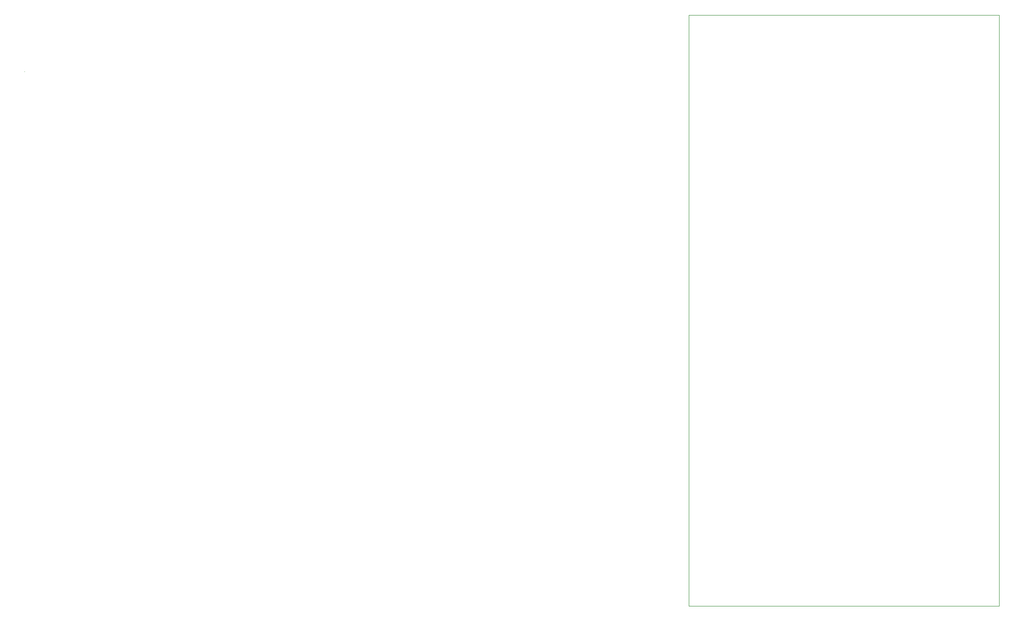
<source format=gbr>
%TF.GenerationSoftware,KiCad,Pcbnew,(6.0.5)*%
%TF.CreationDate,2022-06-10T22:56:39+05:30*%
%TF.ProjectId,mv2,6d76322e-6b69-4636-9164-5f7063625858,rev?*%
%TF.SameCoordinates,Original*%
%TF.FileFunction,Profile,NP*%
%FSLAX46Y46*%
G04 Gerber Fmt 4.6, Leading zero omitted, Abs format (unit mm)*
G04 Created by KiCad (PCBNEW (6.0.5)) date 2022-06-10 22:56:39*
%MOMM*%
%LPD*%
G01*
G04 APERTURE LIST*
%TA.AperFunction,Profile*%
%ADD10C,0.100000*%
%TD*%
G04 APERTURE END LIST*
D10*
X119634000Y-40640000D02*
X119634000Y-147066000D01*
X175514000Y-40640000D02*
X175514000Y-147066000D01*
X175514000Y-147066000D02*
X119634000Y-147066000D01*
X0Y-50800000D02*
X0Y-50800000D01*
X119634000Y-40640000D02*
X175514000Y-40640000D01*
M02*

</source>
